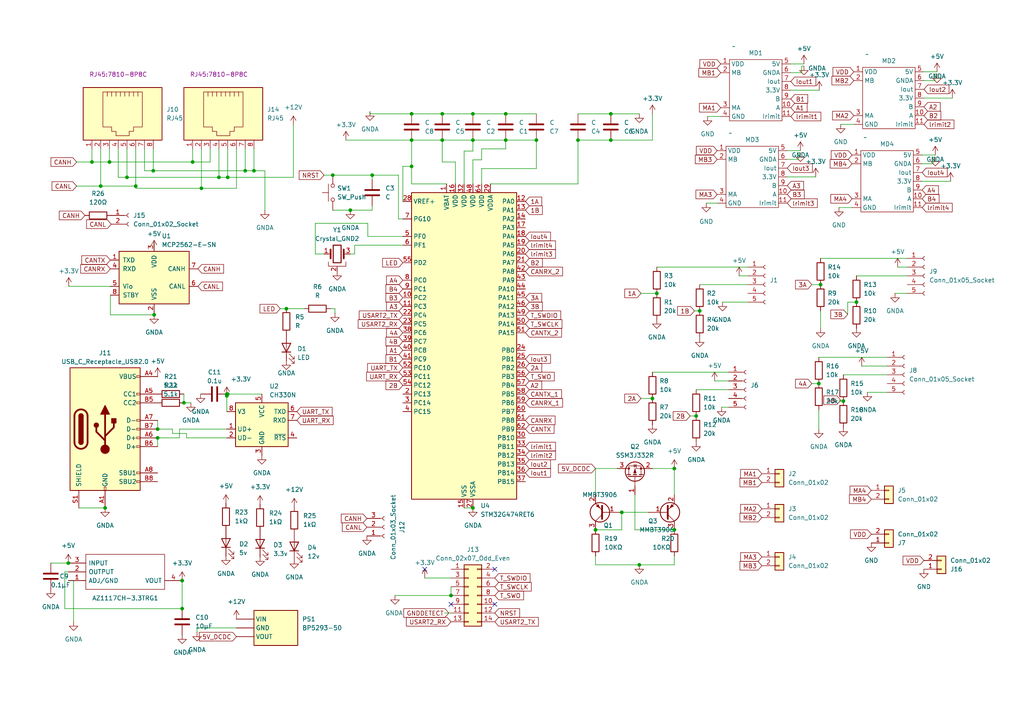
<source format=kicad_sch>
(kicad_sch (version 20230121) (generator eeschema)
  (paper "A4")
  (junction (at 71.12 49.53))
  (junction (at 177.165 33.02))
  (junction (at 45.72 124.46))
  (junction (at 195.58 153.67))
  (junction (at 45.72 127))
  (junction (at 36.83 51.435))
  (junction (at 63.5 51.435))
  (junction (at 195.58 135.89))
  (junction (at 128.27 33.02))
  (junction (at 26.67 46.99))
  (junction (at 44.704 91.313))
  (junction (at 101.6 60.96))
  (junction (at 190.5 85.09))
  (junction (at 96.52 50.8))
  (junction (at 189.23 115.57))
  (junction (at 237.49 111.252))
  (junction (at 52.832 176.53))
  (junction (at 146.685 40.64))
  (junction (at 202.946 90.17))
  (junction (at 146.685 33.02))
  (junction (at 128.27 40.64))
  (junction (at 73.66 49.53))
  (junction (at 83.058 89.535))
  (junction (at 201.93 120.65))
  (junction (at 137.16 40.64))
  (junction (at 172.72 153.67))
  (junction (at 53.34 116.84))
  (junction (at 119.38 40.64))
  (junction (at 65.786 114.808))
  (junction (at 29.21 53.975))
  (junction (at 119.38 33.02))
  (junction (at 180.34 148.59))
  (junction (at 44.45 49.53))
  (junction (at 237.998 82.55))
  (junction (at 19.812 163.322))
  (junction (at 130.81 172.72))
  (junction (at 30.48 147.32))
  (junction (at 39.37 53.975))
  (junction (at 248.412 87.63))
  (junction (at 65.786 114.3))
  (junction (at 31.75 46.99))
  (junction (at 119.38 48.26))
  (junction (at 137.16 147.32))
  (junction (at 107.95 50.8))
  (junction (at 58.42 54.61))
  (junction (at 55.88 46.99))
  (junction (at 185.42 163.83))
  (junction (at 167.64 40.64))
  (junction (at 66.04 114.3))
  (junction (at 52.832 168.402))
  (junction (at 177.165 40.64))
  (junction (at 137.16 33.02))
  (junction (at 155.575 40.64))
  (junction (at 66.04 51.435))
  (junction (at 244.602 116.332))
  (no_connect (at 130.81 175.26))
  (no_connect (at 143.51 165.1))
  (no_connect (at 143.51 175.26))
  (no_connect (at 123.19 165.1))
  (wire (pts (xy 172.72 163.83) (xy 185.42 163.83)))
  (wire (pts (xy 102.87 71.12) (xy 116.84 71.12)))
  (wire (pts (xy 137.16 46.355) (xy 137.16 53.34)))
  (wire (pts (xy 123.19 167.64) (xy 130.81 167.64)))
  (wire (pts (xy 107.315 33.02) (xy 119.38 33.02)))
  (wire (pts (xy 85.09 51.435) (xy 85.09 36.195)))
  (wire (pts (xy 19.939 83.058) (xy 32.004 83.058)))
  (wire (pts (xy 172.72 163.83) (xy 172.72 161.29)))
  (wire (pts (xy 68.58 54.61) (xy 68.58 43.18)))
  (wire (pts (xy 251.587 113.792) (xy 257.302 113.792)))
  (wire (pts (xy 41.91 43.18) (xy 41.91 49.53)))
  (wire (pts (xy 57.15 182.118) (xy 68.58 182.118)))
  (wire (pts (xy 128.905 177.8) (xy 130.81 177.8)))
  (wire (pts (xy 22.225 53.975) (xy 29.21 53.975)))
  (wire (pts (xy 106.68 68.58) (xy 116.84 68.58)))
  (wire (pts (xy 237.998 74.93) (xy 263.144 74.93)))
  (wire (pts (xy 65.786 114.3) (xy 65.786 114.808)))
  (wire (pts (xy 100.33 40.64) (xy 119.38 40.64)))
  (wire (pts (xy 58.42 114.3) (xy 58.166 114.3)))
  (wire (pts (xy 180.34 148.59) (xy 180.34 153.67)))
  (wire (pts (xy 71.12 43.18) (xy 71.12 49.53)))
  (wire (pts (xy 63.5 51.435) (xy 36.83 51.435)))
  (wire (pts (xy 270.637 45.593) (xy 270.637 47.498)))
  (wire (pts (xy 66.04 51.435) (xy 85.09 51.435)))
  (wire (pts (xy 209.296 118.11) (xy 211.328 118.11)))
  (wire (pts (xy 271.272 44.958) (xy 267.462 44.958)))
  (wire (pts (xy 137.16 33.02) (xy 146.685 33.02)))
  (wire (pts (xy 232.537 21.082) (xy 229.362 21.082)))
  (wire (pts (xy 137.16 147.32) (xy 134.62 147.32)))
  (wire (pts (xy 237.617 26.162) (xy 229.362 26.162)))
  (wire (pts (xy 21.336 168.402) (xy 19.812 168.402)))
  (wire (pts (xy 39.37 53.975) (xy 39.37 54.61)))
  (wire (pts (xy 201.422 90.17) (xy 202.946 90.17)))
  (wire (pts (xy 185.42 33.02) (xy 177.165 33.02)))
  (wire (pts (xy 44.45 43.18) (xy 44.45 49.53)))
  (wire (pts (xy 44.45 49.53) (xy 71.12 49.53)))
  (wire (pts (xy 119.38 48.26) (xy 119.38 40.64)))
  (wire (pts (xy 128.27 40.64) (xy 119.38 40.64)))
  (wire (pts (xy 128.27 40.64) (xy 128.27 46.99)))
  (wire (pts (xy 214.376 80.01) (xy 216.916 80.01)))
  (wire (pts (xy 189.23 107.95) (xy 211.328 107.95)))
  (wire (pts (xy 167.64 53.34) (xy 142.24 53.34)))
  (wire (pts (xy 185.928 85.09) (xy 190.5 85.09)))
  (wire (pts (xy 73.66 49.53) (xy 76.835 49.53)))
  (wire (pts (xy 139.7 43.18) (xy 139.7 46.355)))
  (wire (pts (xy 52.832 176.53) (xy 18.796 176.53)))
  (wire (pts (xy 18.796 165.862) (xy 19.812 165.862)))
  (wire (pts (xy 128.27 46.99) (xy 132.08 46.99)))
  (wire (pts (xy 233.172 18.542) (xy 229.362 18.542)))
  (wire (pts (xy 83.058 89.408) (xy 83.058 89.535)))
  (wire (pts (xy 115.57 63.5) (xy 116.84 63.5)))
  (wire (pts (xy 44.704 91.313) (xy 32.004 91.313)))
  (wire (pts (xy 167.64 40.64) (xy 167.64 53.34)))
  (wire (pts (xy 237.49 124.46) (xy 237.49 118.872)))
  (wire (pts (xy 60.96 43.18) (xy 60.96 46.99)))
  (wire (pts (xy 58.42 54.61) (xy 68.58 54.61)))
  (wire (pts (xy 93.98 50.8) (xy 96.52 50.8)))
  (wire (pts (xy 190.5 77.47) (xy 216.916 77.47)))
  (wire (pts (xy 119.38 33.02) (xy 128.27 33.02)))
  (wire (pts (xy 202.946 97.79) (xy 202.946 98.044)))
  (wire (pts (xy 45.72 121.92) (xy 45.72 124.46)))
  (wire (pts (xy 21.336 180.34) (xy 21.336 168.402)))
  (wire (pts (xy 146.685 40.64) (xy 146.685 43.18)))
  (wire (pts (xy 271.272 45.593) (xy 270.637 45.593)))
  (wire (pts (xy 243.586 116.078) (xy 243.586 116.332)))
  (wire (pts (xy 235.458 82.55) (xy 237.998 82.55)))
  (wire (pts (xy 45.72 127) (xy 52.07 127)))
  (wire (pts (xy 177.165 33.02) (xy 167.64 33.02)))
  (wire (pts (xy 155.575 48.895) (xy 155.575 40.64)))
  (wire (pts (xy 116.84 48.26) (xy 119.38 48.26)))
  (wire (pts (xy 55.88 46.99) (xy 55.88 43.18)))
  (wire (pts (xy 137.16 40.64) (xy 137.16 43.815)))
  (wire (pts (xy 22.225 46.99) (xy 26.67 46.99)))
  (wire (pts (xy 29.21 53.975) (xy 29.21 43.18)))
  (wire (pts (xy 137.16 40.64) (xy 128.27 40.64)))
  (wire (pts (xy 65.786 114.808) (xy 65.786 119.38)))
  (wire (pts (xy 119.38 53.34) (xy 119.38 48.26)))
  (wire (pts (xy 184.15 143.51) (xy 184.15 153.67)))
  (wire (pts (xy 107.315 32.385) (xy 107.315 33.02)))
  (wire (pts (xy 243.84 116.078) (xy 243.586 116.078)))
  (wire (pts (xy 102.87 73.66) (xy 101.6 73.66)))
  (wire (pts (xy 29.21 53.975) (xy 39.37 53.975)))
  (wire (pts (xy 36.83 43.18) (xy 36.83 51.435)))
  (wire (pts (xy 187.96 148.59) (xy 180.34 148.59)))
  (wire (pts (xy 276.225 28.448) (xy 267.97 28.448)))
  (wire (pts (xy 91.44 64.77) (xy 106.68 64.77)))
  (wire (pts (xy 32.004 85.598) (xy 32.004 91.313)))
  (wire (pts (xy 139.7 48.895) (xy 155.575 48.895)))
  (wire (pts (xy 83.058 89.535) (xy 88.265 89.535)))
  (wire (pts (xy 97.155 89.535) (xy 95.885 89.535)))
  (wire (pts (xy 81.28 89.535) (xy 83.058 89.535)))
  (wire (pts (xy 271.78 21.463) (xy 271.145 21.463)))
  (wire (pts (xy 275.717 52.578) (xy 267.462 52.578)))
  (wire (pts (xy 101.6 60.96) (xy 107.95 60.96)))
  (wire (pts (xy 205.232 33.782) (xy 209.042 33.782)))
  (wire (pts (xy 146.685 33.02) (xy 155.575 33.02)))
  (wire (pts (xy 31.75 46.99) (xy 55.88 46.99)))
  (wire (pts (xy 44.704 90.678) (xy 44.704 91.313)))
  (wire (pts (xy 232.156 43.688) (xy 228.346 43.688)))
  (wire (pts (xy 167.64 40.64) (xy 177.165 40.64)))
  (wire (pts (xy 54.102 127) (xy 54.102 125.73)))
  (wire (pts (xy 53.34 114.3) (xy 53.34 116.84)))
  (wire (pts (xy 107.95 59.69) (xy 107.95 60.96)))
  (wire (pts (xy 139.7 46.355) (xy 137.16 46.355)))
  (wire (pts (xy 96.52 50.8) (xy 107.95 50.8)))
  (wire (pts (xy 97.155 90.805) (xy 97.155 89.535)))
  (wire (pts (xy 134.62 53.34) (xy 134.62 43.815)))
  (wire (pts (xy 249.936 106.172) (xy 257.302 106.172)))
  (wire (pts (xy 39.37 54.61) (xy 58.42 54.61)))
  (wire (pts (xy 128.27 33.02) (xy 137.16 33.02)))
  (wire (pts (xy 232.537 19.177) (xy 232.537 21.082)))
  (wire (pts (xy 63.5 43.18) (xy 63.5 51.435)))
  (wire (pts (xy 107.95 50.8) (xy 115.57 50.8)))
  (wire (pts (xy 236.601 51.308) (xy 228.346 51.308)))
  (wire (pts (xy 26.67 46.99) (xy 31.75 46.99)))
  (wire (pts (xy 39.37 43.18) (xy 39.37 53.975)))
  (wire (pts (xy 207.264 110.49) (xy 211.328 110.49)))
  (wire (pts (xy 259.588 85.09) (xy 263.144 85.09)))
  (wire (pts (xy 52.832 168.402) (xy 52.832 176.53)))
  (wire (pts (xy 271.145 23.368) (xy 267.97 23.368)))
  (wire (pts (xy 26.67 43.18) (xy 26.67 46.99)))
  (wire (pts (xy 41.91 49.53) (xy 44.45 49.53)))
  (wire (pts (xy 270.637 47.498) (xy 267.462 47.498)))
  (wire (pts (xy 231.521 44.323) (xy 231.521 46.228)))
  (wire (pts (xy 45.72 127) (xy 45.72 129.54)))
  (wire (pts (xy 244.602 108.712) (xy 257.302 108.712)))
  (wire (pts (xy 30.48 147.32) (xy 22.86 147.32)))
  (wire (pts (xy 172.72 135.89) (xy 172.72 143.51)))
  (wire (pts (xy 66.04 43.18) (xy 66.04 51.435)))
  (wire (pts (xy 102.87 73.66) (xy 102.87 71.12)))
  (wire (pts (xy 155.575 40.64) (xy 146.685 40.64)))
  (wire (pts (xy 189.23 33.02) (xy 189.23 40.64)))
  (wire (pts (xy 209.55 87.63) (xy 216.916 87.63)))
  (wire (pts (xy 172.72 153.67) (xy 180.34 153.67)))
  (wire (pts (xy 139.7 53.34) (xy 139.7 48.895)))
  (wire (pts (xy 76.835 49.53) (xy 76.835 60.96)))
  (wire (pts (xy 44.704 70.358) (xy 44.704 72.263)))
  (wire (pts (xy 36.83 51.435) (xy 34.29 51.435)))
  (wire (pts (xy 115.57 50.8) (xy 115.57 63.5)))
  (wire (pts (xy 130.81 170.18) (xy 130.81 172.72)))
  (wire (pts (xy 45.72 124.46) (xy 50.038 124.46)))
  (wire (pts (xy 58.42 54.61) (xy 58.42 43.18)))
  (wire (pts (xy 248.412 80.01) (xy 263.144 80.01)))
  (wire (pts (xy 65.786 127) (xy 54.102 127)))
  (wire (pts (xy 52.07 124.46) (xy 65.786 124.46)))
  (wire (pts (xy 91.44 73.66) (xy 93.98 73.66)))
  (wire (pts (xy 243.84 36.068) (xy 247.65 36.068)))
  (wire (pts (xy 57.15 183.388) (xy 57.15 182.118)))
  (wire (pts (xy 189.23 40.64) (xy 177.165 40.64)))
  (wire (pts (xy 132.08 46.99) (xy 132.08 53.34)))
  (wire (pts (xy 201.93 113.03) (xy 211.328 113.03)))
  (wire (pts (xy 235.458 111.252) (xy 237.49 111.252)))
  (wire (pts (xy 245.872 91.186) (xy 245.872 87.63)))
  (wire (pts (xy 31.75 46.99) (xy 31.75 43.18)))
  (wire (pts (xy 243.586 116.332) (xy 244.602 116.332)))
  (wire (pts (xy 73.66 43.18) (xy 73.66 49.53)))
  (wire (pts (xy 146.685 40.64) (xy 137.16 40.64)))
  (wire (pts (xy 231.521 46.228) (xy 228.346 46.228)))
  (wire (pts (xy 65.786 114.3) (xy 66.04 114.3)))
  (wire (pts (xy 202.946 82.55) (xy 216.916 82.55)))
  (wire (pts (xy 184.15 153.67) (xy 195.58 153.67)))
  (wire (pts (xy 18.796 176.53) (xy 18.796 165.862)))
  (wire (pts (xy 63.5 51.435) (xy 66.04 51.435)))
  (wire (pts (xy 91.44 73.66) (xy 91.44 64.77)))
  (wire (pts (xy 96.52 60.96) (xy 101.6 60.96)))
  (wire (pts (xy 195.58 163.83) (xy 195.58 161.29)))
  (wire (pts (xy 65.532 114.3) (xy 65.786 114.3)))
  (wire (pts (xy 71.12 49.53) (xy 73.66 49.53)))
  (wire (pts (xy 134.62 43.815) (xy 137.16 43.815)))
  (wire (pts (xy 34.29 51.435) (xy 34.29 43.18)))
  (wire (pts (xy 172.72 135.89) (xy 179.07 135.89)))
  (wire (pts (xy 204.851 58.928) (xy 208.026 58.928)))
  (wire (pts (xy 114.554 172.72) (xy 130.81 172.72)))
  (wire (pts (xy 271.145 21.463) (xy 271.145 23.368)))
  (wire (pts (xy 260.35 77.47) (xy 263.144 77.47)))
  (wire (pts (xy 185.42 163.83) (xy 195.58 163.83)))
  (wire (pts (xy 60.96 46.99) (xy 55.88 46.99)))
  (wire (pts (xy 237.49 103.632) (xy 257.302 103.632)))
  (wire (pts (xy 185.928 115.57) (xy 189.23 115.57)))
  (wire (pts (xy 243.332 60.198) (xy 247.142 60.198)))
  (wire (pts (xy 232.156 44.323) (xy 231.521 44.323)))
  (wire (pts (xy 107.95 52.07) (xy 107.95 50.8)))
  (wire (pts (xy 189.23 135.89) (xy 195.58 135.89)))
  (wire (pts (xy 233.172 19.177) (xy 232.537 19.177)))
  (wire (pts (xy 116.84 58.42) (xy 116.84 48.26)))
  (wire (pts (xy 271.78 20.828) (xy 267.97 20.828)))
  (wire (pts (xy 146.685 43.18) (xy 139.7 43.18)))
  (wire (pts (xy 53.34 116.84) (xy 55.372 116.84)))
  (wire (pts (xy 52.07 124.46) (xy 52.07 127)))
  (wire (pts (xy 237.998 95.25) (xy 237.998 90.17)))
  (wire (pts (xy 50.038 125.73) (xy 50.038 124.46)))
  (wire (pts (xy 200.152 120.65) (xy 201.93 120.65)))
  (wire (pts (xy 106.68 64.77) (xy 106.68 68.58)))
  (wire (pts (xy 129.54 53.34) (xy 119.38 53.34)))
  (wire (pts (xy 66.04 114.3) (xy 75.946 114.3)))
  (wire (pts (xy 245.872 87.63) (xy 248.412 87.63)))
  (wire (pts (xy 14.732 163.322) (xy 19.812 163.322)))
  (wire (pts (xy 195.58 135.89) (xy 195.58 143.51)))
  (wire (pts (xy 54.102 125.73) (xy 50.038 125.73)))
  (global_label "GNDDETECT" (shape input) (at 130.175 177.8 180) (property "Intersheetrefs" "${INTERSHEET_REFS}" (effects hide)))
  (global_label "T_SWDIO" (shape input) (at 152.4 91.44 0) (property "Intersheetrefs" "${INTERSHEET_REFS}" (effects hide)))
  (global_label "2A" (shape input) (at 185.928 115.57 180) (property "Intersheetrefs" "${INTERSHEET_REFS}" (effects hide)))
  (global_label "MB2" (shape input) (at 220.98 150.114 180) (property "Intersheetrefs" "${INTERSHEET_REFS}" (effects hide)))
  (global_label "Iout2" (shape input) (at 267.97 25.908 0) (property "Intersheetrefs" "${INTERSHEET_REFS}" (effects hide)))
  (global_label "T_SWCLK" (shape input) (at 143.51 170.18 0) (property "Intersheetrefs" "${INTERSHEET_REFS}" (effects hide)))
  (global_label "B4" (shape input) (at 267.462 57.658 0) (property "Intersheetrefs" "${INTERSHEET_REFS}" (effects hide)))
  (global_label "MA2" (shape input) (at 220.98 147.574 180) (property "Intersheetrefs" "${INTERSHEET_REFS}" (effects hide)))
  (global_label "VDD" (shape input) (at 247.142 44.958 180) (property "Intersheetrefs" "${INTERSHEET_REFS}" (effects hide)))
  (global_label "lrimit3" (shape input) (at 152.4 73.66 0) (property "Intersheetrefs" "${INTERSHEET_REFS}" (effects hide)))
  (global_label "VDD" (shape input) (at 267.97 162.56 180) (property "Intersheetrefs" "${INTERSHEET_REFS}" (effects hide)))
  (global_label "CANL" (shape input) (at 57.404 83.058 0) (property "Intersheetrefs" "${INTERSHEET_REFS}" (effects hide)))
  (global_label "Iout4" (shape input) (at 267.462 50.038 0) (property "Intersheetrefs" "${INTERSHEET_REFS}" (effects hide)))
  (global_label "CANTX_2" (shape input) (at 152.4 96.52 0) (property "Intersheetrefs" "${INTERSHEET_REFS}" (effects hide)))
  (global_label "CANRX_2" (shape input) (at 152.4 78.74 0) (property "Intersheetrefs" "${INTERSHEET_REFS}" (effects hide)))
  (global_label "Iout3" (shape input) (at 228.346 48.768 0) (property "Intersheetrefs" "${INTERSHEET_REFS}" (effects hide)))
  (global_label "MB4" (shape input) (at 252.73 144.78 180) (property "Intersheetrefs" "${INTERSHEET_REFS}" (effects hide)))
  (global_label "MA3" (shape input) (at 208.026 56.388 180) (property "Intersheetrefs" "${INTERSHEET_REFS}" (effects hide)))
  (global_label "lrimit1" (shape input) (at 152.4 129.54 0) (property "Intersheetrefs" "${INTERSHEET_REFS}" (effects hide)))
  (global_label "B1" (shape input) (at 116.84 104.14 180) (property "Intersheetrefs" "${INTERSHEET_REFS}" (effects hide)))
  (global_label "CANH" (shape input) (at 57.404 77.978 0) (property "Intersheetrefs" "${INTERSHEET_REFS}" (effects hide)))
  (global_label "A2" (shape input) (at 267.97 30.988 0) (property "Intersheetrefs" "${INTERSHEET_REFS}" (effects hide)))
  (global_label "A1" (shape input) (at 116.84 101.6 180) (property "Intersheetrefs" "${INTERSHEET_REFS}" (effects hide)))
  (global_label "1A" (shape input) (at 152.4 58.42 0) (property "Intersheetrefs" "${INTERSHEET_REFS}" (effects hide)))
  (global_label "VDD" (shape input) (at 252.73 154.94 180) (property "Intersheetrefs" "${INTERSHEET_REFS}" (effects hide)))
  (global_label "2B" (shape input) (at 200.152 120.65 180) (property "Intersheetrefs" "${INTERSHEET_REFS}" (effects hide)))
  (global_label "CANH" (shape input) (at 106.426 150.368 180) (property "Intersheetrefs" "${INTERSHEET_REFS}" (effects hide)))
  (global_label "USART2_TX" (shape input) (at 143.51 180.34 0) (property "Intersheetrefs" "${INTERSHEET_REFS}" (effects hide)))
  (global_label "CANTX_1" (shape input) (at 152.4 114.3 0) (property "Intersheetrefs" "${INTERSHEET_REFS}" (effects hide)))
  (global_label "B2" (shape input) (at 267.97 33.528 0) (property "Intersheetrefs" "${INTERSHEET_REFS}" (effects hide)))
  (global_label "lrimit4" (shape input) (at 267.462 60.198 0) (property "Intersheetrefs" "${INTERSHEET_REFS}" (effects hide)))
  (global_label "lrimit1" (shape input) (at 229.362 33.782 0) (property "Intersheetrefs" "${INTERSHEET_REFS}" (effects hide)))
  (global_label "3B" (shape input) (at 152.4 88.9 0) (property "Intersheetrefs" "${INTERSHEET_REFS}" (effects hide)))
  (global_label "Iout2" (shape input) (at 152.4 134.62 0) (property "Intersheetrefs" "${INTERSHEET_REFS}" (effects hide)))
  (global_label "3A" (shape input) (at 235.458 82.55 180) (property "Intersheetrefs" "${INTERSHEET_REFS}" (effects hide)))
  (global_label "lrimit2" (shape input) (at 267.97 36.068 0) (property "Intersheetrefs" "${INTERSHEET_REFS}" (effects hide)))
  (global_label "T_SWO" (shape input) (at 143.51 172.72 0) (property "Intersheetrefs" "${INTERSHEET_REFS}" (effects hide)))
  (global_label "A1" (shape input) (at 229.362 31.242 0) (property "Intersheetrefs" "${INTERSHEET_REFS}" (effects hide)))
  (global_label "UART_TX" (shape input) (at 86.106 119.38 0) (property "Intersheetrefs" "${INTERSHEET_REFS}" (effects hide)))
  (global_label "A3" (shape input) (at 228.346 53.848 0) (property "Intersheetrefs" "${INTERSHEET_REFS}" (effects hide)))
  (global_label "4A" (shape input) (at 235.458 111.252 180) (property "Intersheetrefs" "${INTERSHEET_REFS}" (effects hide)))
  (global_label "UART_RX" (shape input) (at 86.106 121.92 0) (property "Intersheetrefs" "${INTERSHEET_REFS}" (effects hide)))
  (global_label "1A" (shape input) (at 185.928 85.09 180) (property "Intersheetrefs" "${INTERSHEET_REFS}" (effects hide)))
  (global_label "CANL" (shape input) (at 22.225 53.975 180) (property "Intersheetrefs" "${INTERSHEET_REFS}" (effects hide)))
  (global_label "CANL" (shape input) (at 32.258 65.024 180) (property "Intersheetrefs" "${INTERSHEET_REFS}" (effects hide)))
  (global_label "MB3" (shape input) (at 208.026 46.228 180) (property "Intersheetrefs" "${INTERSHEET_REFS}" (effects hide)))
  (global_label "B4" (shape input) (at 116.84 83.82 180) (property "Intersheetrefs" "${INTERSHEET_REFS}" (effects hide)))
  (global_label "A4" (shape input) (at 267.462 55.118 0) (property "Intersheetrefs" "${INTERSHEET_REFS}" (effects hide)))
  (global_label "CANRX" (shape input) (at 32.004 77.978 180) (property "Intersheetrefs" "${INTERSHEET_REFS}" (effects hide)))
  (global_label "UART_RX" (shape input) (at 116.84 109.22 180) (property "Intersheetrefs" "${INTERSHEET_REFS}" (effects hide)))
  (global_label "CANTX" (shape input) (at 152.4 124.46 0) (property "Intersheetrefs" "${INTERSHEET_REFS}" (effects hide)))
  (global_label "4B" (shape input) (at 243.84 116.078 180) (property "Intersheetrefs" "${INTERSHEET_REFS}" (effects hide)))
  (global_label "A3" (shape input) (at 116.84 88.9 180) (property "Intersheetrefs" "${INTERSHEET_REFS}" (effects hide)))
  (global_label "CANRX" (shape input) (at 152.4 121.92 0) (property "Intersheetrefs" "${INTERSHEET_REFS}" (effects hide)))
  (global_label "MA4" (shape input) (at 247.142 57.658 180) (property "Intersheetrefs" "${INTERSHEET_REFS}" (effects hide)))
  (global_label "4B" (shape input) (at 116.84 99.06 180) (property "Intersheetrefs" "${INTERSHEET_REFS}" (effects hide)))
  (global_label "1B" (shape input) (at 201.422 90.17 180) (property "Intersheetrefs" "${INTERSHEET_REFS}" (effects hide)))
  (global_label "MB2" (shape input) (at 247.65 23.368 180) (property "Intersheetrefs" "${INTERSHEET_REFS}" (effects hide)))
  (global_label "CANL" (shape input) (at 106.426 152.908 180) (property "Intersheetrefs" "${INTERSHEET_REFS}" (effects hide)))
  (global_label "B3" (shape input) (at 228.346 56.388 0) (property "Intersheetrefs" "${INTERSHEET_REFS}" (effects hide)))
  (global_label "Iout1" (shape input) (at 229.362 23.622 0) (property "Intersheetrefs" "${INTERSHEET_REFS}" (effects hide)))
  (global_label "B2" (shape input) (at 152.4 76.2 0) (property "Intersheetrefs" "${INTERSHEET_REFS}" (effects hide)))
  (global_label "MB1" (shape input) (at 209.042 21.082 180) (property "Intersheetrefs" "${INTERSHEET_REFS}" (effects hide)))
  (global_label "USART2_RX" (shape input) (at 130.81 180.34 180) (property "Intersheetrefs" "${INTERSHEET_REFS}" (effects hide)))
  (global_label "MB1" (shape input) (at 220.98 139.954 180) (property "Intersheetrefs" "${INTERSHEET_REFS}" (effects hide)))
  (global_label "USART2_RX" (shape input) (at 116.84 93.98 180) (property "Intersheetrefs" "${INTERSHEET_REFS}" (effects hide)))
  (global_label "A2" (shape input) (at 152.4 111.76 0) (property "Intersheetrefs" "${INTERSHEET_REFS}" (effects hide)))
  (global_label "5V_DCDC" (shape input) (at 172.72 135.89 180) (property "Intersheetrefs" "${INTERSHEET_REFS}" (effects hide)))
  (global_label "MB3" (shape input) (at 220.98 164.084 180) (property "Intersheetrefs" "${INTERSHEET_REFS}" (effects hide)))
  (global_label "UART_TX" (shape input) (at 116.84 106.68 180) (property "Intersheetrefs" "${INTERSHEET_REFS}" (effects hide)))
  (global_label "MA4" (shape input) (at 252.73 142.24 180) (property "Intersheetrefs" "${INTERSHEET_REFS}" (effects hide)))
  (global_label "3B" (shape input) (at 245.872 91.186 180) (property "Intersheetrefs" "${INTERSHEET_REFS}" (effects hide)))
  (global_label "T_SWDIO" (shape input) (at 143.51 167.64 0) (property "Intersheetrefs" "${INTERSHEET_REFS}" (effects hide)))
  (global_label "Iout4" (shape input) (at 152.4 68.58 0) (property "Intersheetrefs" "${INTERSHEET_REFS}" (effects hide)))
  (global_label "NRST" (shape input) (at 93.98 50.8 180) (property "Intersheetrefs" "${INTERSHEET_REFS}" (effects hide)))
  (global_label "CANH" (shape input) (at 22.225 46.99 180) (property "Intersheetrefs" "${INTERSHEET_REFS}" (effects hide)))
  (global_label "Iout3" (shape input) (at 152.4 104.14 0) (property "Intersheetrefs" "${INTERSHEET_REFS}" (effects hide)))
  (global_label "VDD" (shape input) (at 247.65 20.828 180) (property "Intersheetrefs" "${INTERSHEET_REFS}" (effects hide)))
  (global_label "2A" (shape input) (at 152.4 106.68 0) (property "Intersheetrefs" "${INTERSHEET_REFS}" (effects hide)))
  (global_label "MA3" (shape input) (at 220.98 161.544 180) (property "Intersheetrefs" "${INTERSHEET_REFS}" (effects hide)))
  (global_label "3A" (shape input) (at 152.4 86.36 0) (property "Intersheetrefs" "${INTERSHEET_REFS}" (effects hide)))
  (global_label "lrimit2" (shape input) (at 152.4 132.08 0) (property "Intersheetrefs" "${INTERSHEET_REFS}" (effects hide)))
  (global_label "LED" (shape input) (at 116.84 76.2 180) (property "Intersheetrefs" "${INTERSHEET_REFS}" (effects hide)))
  (global_label "CANRX_1" (shape input) (at 152.4 116.84 0) (property "Intersheetrefs" "${INTERSHEET_REFS}" (effects hide)))
  (global_label "T_SWO" (shape input) (at 152.4 109.22 0) (property "Intersheetrefs" "${INTERSHEET_REFS}" (effects hide)))
  (global_label "4A" (shape input) (at 116.84 96.52 180) (property "Intersheetrefs" "${INTERSHEET_REFS}" (effects hide)))
  (global_label "VDD" (shape input) (at 208.026 43.688 180) (property "Intersheetrefs" "${INTERSHEET_REFS}" (effects hide)))
  (global_label "lrimit4" (shape input) (at 152.4 71.12 0) (property "Intersheetrefs" "${INTERSHEET_REFS}" (effects hide)))
  (global_label "VDD" (shape input) (at 209.042 18.542 180) (property "Intersheetrefs" "${INTERSHEET_REFS}" (effects hide)))
  (global_label "2B" (shape input) (at 116.84 111.76 180) (property "Intersheetrefs" "${INTERSHEET_REFS}" (effects hide)))
  (global_label "USART2_TX" (shape input) (at 116.84 91.44 180) (property "Intersheetrefs" "${INTERSHEET_REFS}" (effects hide)))
  (global_label "B1" (shape input) (at 229.362 28.702 0) (property "Intersheetrefs" "${INTERSHEET_REFS}" (effects hide)))
  (global_label "A4" (shape input) (at 116.84 81.28 180) (property "Intersheetrefs" "${INTERSHEET_REFS}" (effects hide)))
  (global_label "Iout1" (shape input) (at 152.4 137.16 0) (property "Intersheetrefs" "${INTERSHEET_REFS}" (effects hide)))
  (global_label "MA2" (shape input) (at 247.65 33.528 180) (property "Intersheetrefs" "${INTERSHEET_REFS}" (effects hide)))
  (global_label "1B" (shape input) (at 152.4 60.96 0) (property "Intersheetrefs" "${INTERSHEET_REFS}" (effects hide)))
  (global_label "NRST" (shape input) (at 143.51 177.8 0) (property "Intersheetrefs" "${INTERSHEET_REFS}" (effects hide)))
  (global_label "B3" (shape input) (at 116.84 86.36 180) (property "Intersheetrefs" "${INTERSHEET_REFS}" (effects hide)))
  (global_label "5V_DCDC" (shape input) (at 68.58 184.658 180) (property "Intersheetrefs" "${INTERSHEET_REFS}" (effects hide)))
  (global_label "LED" (shape input) (at 81.28 89.535 180) (property "Intersheetrefs" "${INTERSHEET_REFS}" (effects hide)))
  (global_label "lrimit3" (shape input) (at 228.346 58.928 0) (property "Intersheetrefs" "${INTERSHEET_REFS}" (effects hide)))
  (global_label "CANTX" (shape input) (at 32.004 75.438 180) (property "Intersheetrefs" "${INTERSHEET_REFS}" (effects hide)))
  (global_label "MB4" (shape input) (at 247.142 47.498 180) (property "Intersheetrefs" "${INTERSHEET_REFS}" (effects hide)))
  (global_label "CANH" (shape input) (at 24.638 62.484 180) (property "Intersheetrefs" "${INTERSHEET_REFS}" (effects hide)))
  (global_label "T_SWCLK" (shape input) (at 152.4 93.98 0) (property "Intersheetrefs" "${INTERSHEET_REFS}" (effects hide)))
  (global_label "MA1" (shape input) (at 220.98 137.414 180) (property "Intersheetrefs" "${INTERSHEET_REFS}" (effects hide)))
  (global_label "MA1" (shape input) (at 209.042 31.242 180) (property "Intersheetrefs" "${INTERSHEET_REFS}" (effects hide)))
  (symbol (lib_id "Device:R") (at 201.93 124.46 0) (unit 1)
    (property "Reference" "R12" (at 203.962 123.19 0) (effects (justify left)))
    (property "Value" "20k" (at 203.962 125.73 0) (effects (justify left)))
    (property "Footprint" "Resistor_SMD:R_0603_1608Metric_Pad0.98x0.95mm_HandSolder" (effects hide))
  )
  (symbol (lib_id "power:+12V") (at 85.09 36.195 0) (unit 1)
    (property "Reference" "#PWR018" (effects hide))
    (property "Value" "+12V" (at 85.09 31.115 0))
  )
  (symbol (lib_id "power:GNDA") (at 237.49 124.46 0) (unit 1)
    (property "Reference" "#PWR044" (effects hide))
    (property "Value" "GNDA" (at 237.49 129.54 0))
  )
  (symbol (lib_id "Device:R") (at 49.53 116.84 90) (unit 1)
    (property "Reference" "R22" (at 49.53 111.76 90))
    (property "Value" "5.1k" (at 49.53 114.3 90))
    (property "Footprint" "Resistor_SMD:R_0603_1608Metric_Pad0.98x0.95mm_HandSolder" (effects hide))
    (property "LCSC" "C23186" (effects hide))
  )
  (symbol (lib_id "Device:R") (at 237.49 107.442 0) (unit 1)
    (property "Reference" "R16" (at 239.522 106.172 0) (effects (justify left)))
    (property "Value" "10k" (at 239.522 108.712 0) (effects (justify left)))
    (property "Footprint" "Resistor_SMD:R_0603_1608Metric_Pad0.98x0.95mm_HandSolder" (effects hide))
  )
  (symbol (lib_id "power:GNDA") (at 209.296 118.11 0) (unit 1)
    (property "Reference" "#PWR034" (effects hide))
    (property "Value" "GNDA" (at 209.296 121.92 0))
  )
  (symbol (lib_id "Device:C") (at 128.27 36.83 0) (mirror x) (unit 1)
    (property "Reference" "C5" (at 132.08 38.1 0) (effects (justify left)))
    (property "Value" "C" (at 132.08 35.56 0) (effects (justify left)))
    (property "Footprint" "Capacitor_SMD:C_0603_1608Metric_Pad1.08x0.95mm_HandSolder" (effects hide))
  )
  (symbol (lib_id "power:GNDA") (at 251.587 113.792 0) (unit 1)
    (property "Reference" "#PWR052" (effects hide))
    (property "Value" "GNDA" (at 251.587 118.872 0))
  )
  (symbol (lib_id "Device:R") (at 85.344 150.876 0) (unit 1)
    (property "Reference" "R25" (at 87.884 149.606 0) (effects (justify left)))
    (property "Value" "1kΩ" (at 87.884 152.146 0) (effects (justify left)))
    (property "Footprint" "Resistor_SMD:R_0805_2012Metric_Pad1.20x1.40mm_HandSolder" (effects hide))
  )
  (symbol (lib_id "Connector_Generic:Conn_01x02") (at 257.81 142.24 0) (unit 1)
    (property "Reference" "J5" (at 260.35 142.24 0) (effects (justify left)))
    (property "Value" "Conn_01x02" (at 260.35 144.78 0) (effects (justify left)))
    (property "Footprint" "Connector_AMASS:AMASS_XT60PW-F_1x02_P7.20mm_Horizontal" (effects hide))
  )
  (symbol (lib_id "power:+3.3V") (at 123.19 167.64 0) (unit 1)
    (property "Reference" "#PWR025" (effects hide))
    (property "Value" "+3.3V" (at 123.19 163.195 0))
  )
  (symbol (lib_id "power:GNDA") (at 101.6 60.96 0) (unit 1)
    (property "Reference" "#PWR023" (effects hide))
    (property "Value" "GNDA" (at 101.6 66.04 0))
  )
  (symbol (lib_id "power:GNDA") (at 190.5 92.71 0) (unit 1)
    (property "Reference" "#PWR028" (effects hide))
    (property "Value" "GNDA" (at 190.5 97.79 0))
  )
  (symbol (lib_id "power:GNDA") (at 237.998 95.25 0) (unit 1)
    (property "Reference" "#PWR046" (effects hide))
    (property "Value" "GNDA" (at 237.998 100.33 0))
  )
  (symbol (lib_id "Device:LED") (at 85.344 158.496 90) (unit 1)
    (property "Reference" "D4" (at 89.154 158.8135 90) (effects (justify right)))
    (property "Value" "12v" (at 89.154 161.3535 90) (effects (justify right)))
    (property "Footprint" "LED_SMD:LED_0603_1608Metric_Pad1.05x0.95mm_HandSolder" (effects hide))
  )
  (symbol (lib_id "Transistor_BJT:MMBT3906") (at 193.04 148.59 0) (mirror x) (unit 1)
    (property "Reference" "Q3" (at 187.96 151.13 0) (effects (justify left)))
    (property "Value" "MMBT3906" (at 185.42 153.67 0) (effects (justify left)))
    (property "Footprint" "Package_TO_SOT_SMD:SOT-23" (effects hide))
    (property "Datasheet" "https://www.onsemi.com/pdf/datasheet/pzt3906-d.pdf" (effects hide))
  )
  (symbol (lib_id "power:GNDA") (at 76.835 60.96 0) (unit 1)
    (property "Reference" "#PWR016" (effects hide))
    (property "Value" "GNDA" (at 76.835 66.04 0))
  )
  (symbol (lib_id "Connector_Generic:Conn_02x07_Odd_Even") (at 135.89 172.72 0) (unit 1)
    (property "Reference" "J13" (at 137.16 159.385 0))
    (property "Value" "Conn_02x07_Odd_Even" (at 137.16 161.925 0))
    (property "Footprint" "connector:connector" (effects hide))
  )
  (symbol (lib_id "Transistor_BJT:MMBT3906") (at 175.26 148.59 180) (unit 1)
    (property "Reference" "Q1" (at 177.8 152.4 0) (effects (justify left)))
    (property "Value" "MMBT3906" (at 179.07 143.51 0) (effects (justify left)))
    (property "Footprint" "Package_TO_SOT_SMD:SOT-23" (effects hide))
    (property "Datasheet" "https://www.onsemi.com/pdf/datasheet/pzt3906-d.pdf" (effects hide))
  )
  (symbol (lib_id "power:GNDA") (at 209.55 87.63 0) (unit 1)
    (property "Reference" "#PWR035" (effects hide))
    (property "Value" "GNDA" (at 209.55 92.71 0))
  )
  (symbol (lib_id "power:GNDA") (at 202.946 98.044 0) (unit 1)
    (property "Reference" "#PWR032" (effects hide))
    (property "Value" "GNDA" (at 202.946 103.124 0))
  )
  (symbol (lib_id "power:GNDA") (at 244.602 123.952 0) (unit 1)
    (property "Reference" "#PWR049" (effects hide))
    (property "Value" "GNDA" (at 244.602 129.032 0))
  )
  (symbol (lib_id "Connector:Conn_01x05_Socket") (at 262.382 108.712 0) (unit 1)
    (property "Reference" "J8" (at 263.652 107.442 0) (effects (justify left)))
    (property "Value" "Conn_01x05_Socket" (at 263.652 109.982 0) (effects (justify left)))
    (property "Footprint" "Connector_JST:JST_XH_B5B-XH-A_1x05_P2.50mm_Vertical" (effects hide))
  )
  (symbol (lib_name "+5V_2") (lib_id "power:+5V") (at 19.812 163.322 0) (unit 1)
    (property "Reference" "#PWR02" (effects hide))
    (property "Value" "+5V" (at 19.812 158.242 0))
  )
  (symbol (lib_id "Device:Q_PMOS_GSD") (at 184.15 138.43 90) (unit 1)
    (property "Reference" "Q2" (at 184.15 129.54 90))
    (property "Value" "SSM3J332R" (at 184.15 132.08 90))
    (property "Footprint" "Package_TO_SOT_SMD:SOT-23" (effects hide))
  )
  (symbol (lib_id "Device:R") (at 189.23 111.76 0) (unit 1)
    (property "Reference" "R8" (at 191.262 110.49 0) (effects (justify left)))
    (property "Value" "10k" (at 191.262 113.03 0) (effects (justify left)))
    (property "Footprint" "Resistor_SMD:R_0603_1608Metric_Pad0.98x0.95mm_HandSolder" (effects hide))
  )
  (symbol (lib_id "Device:R") (at 248.412 91.44 0) (unit 1)
    (property "Reference" "R10" (at 250.444 90.17 0) (effects (justify left)))
    (property "Value" "20k" (at 250.444 92.71 0) (effects (justify left)))
    (property "Footprint" "Resistor_SMD:R_0603_1608Metric_Pad0.98x0.95mm_HandSolder" (effects hide))
  )
  (symbol (lib_id "Device:R") (at 202.946 93.98 0) (unit 1)
    (property "Reference" "R4" (at 204.978 92.71 0) (effects (justify left)))
    (property "Value" "20k" (at 204.978 95.25 0) (effects (justify left)))
    (property "Footprint" "Resistor_SMD:R_0603_1608Metric_Pad0.98x0.95mm_HandSolder" (effects hide))
  )
  (symbol (lib_id "power:GND") (at 205.232 33.782 0) (unit 1)
    (property "Reference" "#PWR038" (effects hide))
    (property "Value" "GND" (at 205.232 38.862 0))
  )
  (symbol (lib_id "Device:R") (at 237.49 115.062 0) (unit 1)
    (property "Reference" "R17" (at 239.522 113.792 0) (effects (justify left)))
    (property "Value" "20k" (at 239.522 116.332 0) (effects (justify left)))
    (property "Footprint" "Resistor_SMD:R_0603_1608Metric_Pad0.98x0.95mm_HandSolder" (effects hide))
  )
  (symbol (lib_id "MD:30AMD") (at 257.302 50.038 0) (unit 1)
    (property "Reference" "MD4" (at 257.302 41.783 0))
    (property "Value" "~" (at 250.952 39.878 0))
    (property "Footprint" "MD:MD_vetical" (effects hide))
  )
  (symbol (lib_id "power:GNDA") (at 85.344 162.306 0) (unit 1)
    (property "Reference" "#PWR070" (effects hide))
    (property "Value" "GNDA" (at 85.344 167.386 0))
  )
  (symbol (lib_id "Device:LED") (at 83.058 100.838 90) (unit 1)
    (property "Reference" "D1" (at 86.233 101.1555 90) (effects (justify right)))
    (property "Value" "LED" (at 86.233 103.6955 90) (effects (justify right)))
    (property "Footprint" "LED_SMD:LED_0603_1608Metric_Pad1.05x0.95mm_HandSolder" (effects hide))
  )
  (symbol (lib_id "Connector_Generic:Conn_01x02") (at 257.81 157.48 0) (mirror x) (unit 1)
    (property "Reference" "J7" (at 260.35 157.48 0) (effects (justify left)))
    (property "Value" "Conn_01x02" (at 260.35 154.94 0) (effects (justify left)))
    (property "Footprint" "Connector_AMASS:AMASS_XT60PW-M_1x02_P7.20mm_Horizontal" (effects hide))
  )
  (symbol (lib_id "power:+5V") (at 249.936 106.172 0) (unit 1)
    (property "Reference" "#PWR051" (effects hide))
    (property "Value" "+5V" (at 249.936 101.727 0))
  )
  (symbol (lib_id "Connector:Conn_01x05_Socket") (at 268.224 80.01 0) (unit 1)
    (property "Reference" "J9" (at 269.494 78.74 0) (effects (justify left)))
    (property "Value" "Conn_01x05_Socket" (at 269.494 81.28 0) (effects (justify left)))
    (property "Footprint" "Connector_JST:JST_XH_B5B-XH-A_1x05_P2.50mm_Vertical" (effects hide))
  )
  (symbol (lib_id "MCU_ST_STM32G4:STM32G474RETx") (at 134.62 101.6 0) (unit 1)
    (property "Reference" "U4" (at 139.3541 146.685 0) (effects (justify left)))
    (property "Value" "STM32G474RET6" (at 139.3541 149.225 0) (effects (justify left)))
    (property "Footprint" "Package_QFP:LQFP-64_10x10mm_P0.5mm" (effects hide))
    (property "Datasheet" "https://www.st.com/resource/en/datasheet/stm32g474re.pdf" (effects hide))
  )
  (symbol (lib_id "power:GNDA") (at 21.336 180.34 0) (unit 1)
    (property "Reference" "#PWR08" (effects hide))
    (property "Value" "GNDA" (at 21.336 185.42 0))
  )
  (symbol (lib_id "Device:R") (at 237.998 78.74 0) (unit 1)
    (property "Reference" "R14" (at 240.03 77.47 0) (effects (justify left)))
    (property "Value" "10k" (at 240.03 80.01 0) (effects (justify left)))
    (property "Footprint" "Resistor_SMD:R_0603_1608Metric_Pad0.98x0.95mm_HandSolder" (effects hide))
  )
  (symbol (lib_id "Device:R") (at 83.058 93.218 0) (unit 1)
    (property "Reference" "R5" (at 85.598 91.948 0) (effects (justify left)))
    (property "Value" "R" (at 85.598 94.488 0) (effects (justify left)))
    (property "Footprint" "Resistor_SMD:R_0603_1608Metric_Pad0.98x0.95mm_HandSolder" (effects hide))
  )
  (symbol (lib_id "Device:R") (at 202.946 86.36 0) (unit 1)
    (property "Reference" "R2" (at 204.978 85.09 0) (effects (justify left)))
    (property "Value" "10k" (at 204.978 87.63 0) (effects (justify left)))
    (property "Footprint" "Resistor_SMD:R_0603_1608Metric_Pad0.98x0.95mm_HandSolder" (effects hide))
  )
  (symbol (lib_id "power:GNDA") (at 201.93 128.27 0) (unit 1)
    (property "Reference" "#PWR031" (effects hide))
    (property "Value" "GNDA" (at 201.93 133.35 0))
  )
  (symbol (lib_id "power:GNDA") (at 185.42 163.83 0) (unit 1)
    (property "Reference" "#PWR03" (effects hide))
    (property "Value" "GNDA" (at 185.42 168.91 0))
  )
  (symbol (lib_id "power:GNDA") (at 75.946 132.08 0) (unit 1)
    (property "Reference" "#PWR013" (effects hide))
    (property "Value" "GNDA" (at 75.946 137.16 0))
  )
  (symbol (lib_name "+5V_1") (lib_id "power:+5V") (at 195.58 135.89 0) (unit 1)
    (property "Reference" "#PWR04" (effects hide))
    (property "Value" "+5V" (at 195.58 130.81 0))
  )
  (symbol (lib_id "Connector_Generic:Conn_01x02") (at 226.06 147.574 0) (unit 1)
    (property "Reference" "J3" (at 228.6 147.574 0) (effects (justify left)))
    (property "Value" "Conn_01x02" (at 228.6 150.114 0) (effects (justify left)))
    (property "Footprint" "Connector_AMASS:AMASS_XT60PW-F_1x02_P7.20mm_Horizontal" (effects hide))
  )
  (symbol (lib_id "power:GND") (at 243.84 36.068 0) (unit 1)
    (property "Reference" "#PWR048" (effects hide))
    (property "Value" "GND" (at 243.84 41.148 0))
  )
  (symbol (lib_id "power:GNDA") (at 57.15 183.388 0) (unit 1)
    (property "Reference" "#PWR09" (effects hide))
    (property "Value" "GNDA" (at 57.15 188.468 0))
  )
  (symbol (lib_id "Switch:SW_Push") (at 96.52 55.88 90) (unit 1)
    (property "Reference" "SW1" (at 97.79 54.61 90) (effects (justify right)))
    (property "Value" "SW_Push" (at 97.79 57.15 90) (effects (justify right)))
    (property "Footprint" "Button_Switch_THT:SW_PUSH_6mm_H5mm" (effects hide))
  )
  (symbol (lib_id "Device:R") (at 65.532 149.86 0) (unit 1)
    (property "Reference" "R23" (at 68.072 148.59 0) (effects (justify left)))
    (property "Value" "1kΩ" (at 68.072 151.13 0) (effects (justify left)))
    (property "Footprint" "Resistor_SMD:R_0805_2012Metric_Pad1.20x1.40mm_HandSolder" (effects hide))
  )
  (symbol (lib_id "Connector_Generic:Conn_01x02") (at 226.06 161.544 0) (unit 1)
    (property "Reference" "J4" (at 228.6 161.544 0) (effects (justify left)))
    (property "Value" "Conn_01x02" (at 228.6 164.084 0) (effects (justify left)))
    (property "Footprint" "Connector_AMASS:AMASS_XT60PW-F_1x02_P7.20mm_Horizontal" (effects hide))
  )
  (symbol (lib_id "Device:R") (at 244.602 112.522 0) (unit 1)
    (property "Reference" "R15" (at 246.634 111.252 0) (effects (justify left)))
    (property "Value" "10k" (at 246.634 113.792 0) (effects (justify left)))
    (property "Footprint" "Resistor_SMD:R_0603_1608Metric_Pad0.98x0.95mm_HandSolder" (effects hide))
  )
  (symbol (lib_id "Device:C") (at 119.38 36.83 0) (mirror x) (unit 1)
    (property "Reference" "C8" (at 123.19 38.1 0) (effects (justify left)))
    (property "Value" "C" (at 123.19 35.56 0) (effects (justify left)))
    (property "Footprint" "Capacitor_SMD:C_0603_1608Metric_Pad1.08x0.95mm_HandSolder" (effects hide))
  )
  (symbol (lib_id "power:+5V") (at 260.35 77.47 0) (unit 1)
    (property "Reference" "#PWR055" (effects hide))
    (property "Value" "+5V" (at 260.35 73.025 0))
  )
  (symbol (lib_id "power:GNDA") (at 65.532 161.29 0) (unit 1)
    (property "Reference" "#PWR073" (effects hide))
    (property "Value" "GNDA" (at 65.532 166.37 0))
  )
  (symbol (lib_id "power:GND") (at 252.73 157.48 0) (unit 1)
    (property "Reference" "#PWR053" (effects hide))
    (property "Value" "GND" (at 252.73 162.56 0))
  )
  (symbol (lib_id "power:+5V") (at 271.78 20.828 0) (unit 1)
    (property "Reference" "#PWR058" (effects hide))
    (property "Value" "+5V" (at 271.78 16.383 0))
  )
  (symbol (lib_id "MD:30AMD") (at 219.202 23.622 0) (unit 1)
    (property "Reference" "MD1" (at 219.202 15.367 0))
    (property "Value" "~" (at 212.852 13.462 0))
    (property "Footprint" "MD:MD_vetical" (effects hide))
  )
  (symbol (lib_id "Device:R") (at 190.5 88.9 0) (unit 1)
    (property "Reference" "R1" (at 192.532 87.63 0) (effects (justify left)))
    (property "Value" "20k" (at 192.532 90.17 0) (effects (justify left)))
    (property "Footprint" "Resistor_SMD:R_0603_1608Metric_Pad0.98x0.95mm_HandSolder" (effects hide))
  )
  (symbol (lib_id "power:+5V") (at 233.172 18.542 0) (unit 1)
    (property "Reference" "#PWR041" (effects hide))
    (property "Value" "+5V" (at 233.172 14.097 0))
  )
  (symbol (lib_id "power:GND") (at 267.97 165.1 0) (unit 1)
    (property "Reference" "#PWR066" (effects hide))
    (property "Value" "GND" (at 267.97 170.18 0))
  )
  (symbol (lib_id "power:+3.3V") (at 65.786 114.808 0) (unit 1)
    (property "Reference" "#PWR011" (effects hide))
    (property "Value" "+3.3V" (at 69.85 109.982 0))
  )
  (symbol (lib_id "Device:R") (at 172.72 157.48 0) (unit 1)
    (property "Reference" "R19" (at 175.26 156.21 0) (effects (justify left)))
    (property "Value" "10KΩ" (at 175.26 158.75 0) (effects (justify left)))
    (property "Footprint" "Resistor_SMD:R_0805_2012Metric_Pad1.20x1.40mm_HandSolder" (effects hide))
  )
  (symbol (lib_id "Device:C") (at 107.95 55.88 0) (unit 1)
    (property "Reference" "C3" (at 111.76 54.61 0) (effects (justify left)))
    (property "Value" "C" (at 111.76 57.15 0) (effects (justify left)))
    (property "Footprint" "Capacitor_SMD:C_0603_1608Metric_Pad1.08x0.95mm_HandSolder" (effects hide))
  )
  (symbol (lib_id "power:+12V") (at 68.58 179.578 0) (unit 1)
    (property "Reference" "#PWR012" (effects hide))
    (property "Value" "+12V" (at 68.58 174.498 0))
  )
  (symbol (lib_id "power:GNDA") (at 83.058 104.648 0) (unit 1)
    (property "Reference" "#PWR017" (effects hide))
    (property "Value" "GNDA" (at 83.058 108.204 0))
  )
  (symbol (lib_id "Connector:Conn_01x05_Socket") (at 221.996 82.55 0) (unit 1)
    (property "Reference" "J1" (at 223.266 81.28 0) (effects (justify left)))
    (property "Value" "Conn_01x05_Socket" (effects hide))
    (property "Footprint" "Connector_JST:JST_XH_B5B-XH-A_1x05_P2.50mm_Vertical" (effects hide))
  )
  (symbol (lib_id "power:GNDA") (at 58.166 114.3 0) (unit 1)
    (property "Reference" "#PWR063" (effects hide))
    (property "Value" "GNDA" (at 58.166 119.38 0))
  )
  (symbol (lib_id "Connector:USB_C_Receptacle_USB2.0") (at 30.48 124.46 0) (unit 1)
    (property "Reference" "J11" (at 30.48 102.362 0))
    (property "Value" "USB_C_Receptacle_USB2.0" (at 30.48 104.902 0))
    (property "Footprint" "Connector_USB:USB_C_Receptacle_HCTL_HC-TYPE-C-16P-01A" (effects hide))
    (property "Datasheet" "https://www.usb.org/sites/default/files/documents/usb_type-c.zip" (effects hide))
  )
  (symbol (lib_id "power:GNDA") (at 271.272 45.593 0) (unit 1)
    (property "Reference" "#PWR057" (effects hide))
    (property "Value" "GNDA" (at 271.272 46.228 0))
  )
  (symbol (lib_id "power:+3.3V") (at 19.939 83.058 0) (unit 1)
    (property "Reference" "#PWR01" (effects hide))
    (property "Value" "+3.3V" (at 19.939 78.613 0))
  )
  (symbol (lib_id "Device:R") (at 75.438 150.114 0) (unit 1)
    (property "Reference" "R24" (at 77.978 148.844 0) (effects (justify left)))
    (property "Value" "1kΩ" (at 77.978 151.384 0) (effects (justify left)))
    (property "Footprint" "Resistor_SMD:R_0805_2012Metric_Pad1.20x1.40mm_HandSolder" (effects hide))
  )
  (symbol (lib_id "Device:C") (at 62.23 114.3 90) (unit 1)
    (property "Reference" "C11" (at 62.23 107.95 90))
    (property "Value" "0.1u" (at 62.23 110.49 90))
    (property "Footprint" "Capacitor_SMD:C_0603_1608Metric_Pad1.08x0.95mm_HandSolder" (effects hide))
    (property "LCSC" "C14663" (effects hide))
  )
  (symbol (lib_id "Device:R") (at 248.412 83.82 0) (unit 1)
    (property "Reference" "R13" (at 250.444 82.55 0) (effects (justify left)))
    (property "Value" "10k" (at 250.444 85.09 0) (effects (justify left)))
    (property "Footprint" "Resistor_SMD:R_0603_1608Metric_Pad0.98x0.95mm_HandSolder" (effects hide))
  )
  (symbol (lib_id "power:+5V") (at 44.704 72.263 0) (unit 1)
    (property "Reference" "#PWR06" (effects hide))
    (property "Value" "+5V" (at 44.704 67.818 0))
  )
  (symbol (lib_id "BP5293-50:BP5293-50") (at 68.58 179.578 0) (unit 1)
    (property "Reference" "PS1" (at 87.63 179.578 0) (effects (justify left)))
    (property "Value" "BP5293-50" (at 87.63 182.118 0) (effects (justify left)))
    (property "Footprint" "MD:TO254P570X1700X1780-3P" (effects hide))
    (property "Datasheet" "https://componentsearchengine.com/Datasheets/1/BP5293-50.pdf" (effects hide))
    (property "Height" "5.7" (effects hide))
    (property "Manufacturer_Name" "ROHM Semiconductor" (effects hide))
    (property "Manufacturer_Part_Number" "BP5293-50" (effects hide))
  )
  (symbol (lib_id "power:+3.3V") (at 236.601 51.308 0) (unit 1)
    (property "Reference" "#PWR043" (effects hide))
    (property "Value" "+3.3V" (at 236.601 46.863 0))
  )
  (symbol (lib_id "Device:C") (at 167.64 36.83 0) (mirror x) (unit 1)
    (property "Reference" "C4" (at 171.45 38.1 0) (effects (justify left)))
    (property "Value" "C" (at 171.45 35.56 0) (effects (justify left)))
    (property "Footprint" "Capacitor_SMD:C_0603_1608Metric_Pad1.08x0.95mm_HandSolder" (effects hide))
  )
  (symbol (lib_id "power:+3.3V") (at 52.832 168.402 0) (unit 1)
    (property "Reference" "#PWR064" (effects hide))
    (property "Value" "+3.3V" (at 52.832 163.322 0))
  )
  (symbol (lib_id "Device:R") (at 49.53 114.3 90) (unit 1)
    (property "Reference" "R21" (at 49.53 109.22 90))
    (property "Value" "5.1k" (at 49.53 111.76 90))
    (property "Footprint" "Resistor_SMD:R_0603_1608Metric_Pad0.98x0.95mm_HandSolder" (effects hide))
    (property "LCSC" "C23186" (effects hide))
  )
  (symbol (lib_id "Connector_Generic:Conn_01x02") (at 226.06 137.414 0) (unit 1)
    (property "Reference" "J2" (at 228.6 137.414 0) (effects (justify left)))
    (property "Value" "Conn_01x02" (at 228.6 139.954 0) (effects (justify left)))
    (property "Footprint" "Connector_AMASS:AMASS_XT60PW-F_1x02_P7.20mm_Horizontal" (effects hide))
  )
  (symbol (lib_id "Interface_CAN_LIN:MCP2562-E-SN") (at 44.704 80.518 0) (unit 1)
    (property "Reference" "U1" (at 46.8981 68.453 0) (effects (justify left)))
    (property "Value" "MCP2562-E-SN" (at 46.8981 70.993 0) (effects (justify left)))
    (property "Footprint" "Package_SO:SOIC-8_3.9x4.9mm_P1.27mm" (effects hide))
    (property "Datasheet" "http://ww1.microchip.com/downloads/en/DeviceDoc/25167A.pdf" (effects hide))
  )
  (symbol (lib_id "Device:R") (at 195.58 157.48 0) (unit 1)
    (property "Reference" "R20" (at 191.77 156.21 0) (effects (justify left)))
    (property "Value" "10KΩ" (at 189.23 158.75 0) (effects (justify left)))
    (property "Footprint" "Resistor_SMD:R_0805_2012Metric_Pad1.20x1.40mm_HandSolder" (effects hide))
  )
  (symbol (lib_id "Device:Crystal_GND2") (at 97.79 73.66 0) (unit 1)
    (property "Reference" "Y1" (at 97.79 66.675 0))
    (property "Value" "Crystal_GND2" (at 97.79 69.215 0))
    (property "Footprint" "Crystal:Resonator_SMD_Murata_CSTxExxV-3Pin_3.0x1.1mm_HandSoldering" (effects hide))
  )
  (symbol (lib_id "Device:C") (at 155.575 36.83 0) (mirror x) (unit 1)
    (property "Reference" "C7" (at 159.385 38.1 0) (effects (justify left)))
    (property "Value" "C" (at 159.385 35.56 0) (effects (justify left)))
    (property "Footprint" "Capacitor_SMD:C_0603_1608Metric_Pad1.08x0.95mm_HandSolder" (effects hide))
  )
  (symbol (lib_id "power:GNDA") (at 248.412 95.25 0) (unit 1)
    (property "Reference" "#PWR050" (effects hide))
    (property "Value" "GNDA" (at 248.412 100.33 0))
  )
  (symbol (lib_id "Device:R") (at 237.998 86.36 0) (unit 1)
    (property "Reference" "R9" (at 240.03 85.09 0) (effects (justify left)))
    (property "Value" "20k" (at 240.03 87.63 0) (effects (justify left)))
    (property "Footprint" "Resistor_SMD:R_0603_1608Metric_Pad0.98x0.95mm_HandSolder" (effects hide))
  )
  (symbol (lib_id "power:GNDA") (at 271.78 21.463 0) (unit 1)
    (property "Reference" "#PWR059" (effects hide))
    (property "Value" "GNDA" (at 271.78 22.098 0))
  )
  (symbol (lib_id "Device:R") (at 244.602 120.142 0) (unit 1)
    (property "Reference" "R18" (at 246.634 118.872 0) (effects (justify left)))
    (property "Value" "20k" (at 246.634 121.412 0) (effects (justify left)))
    (property "Footprint" "Resistor_SMD:R_0603_1608Metric_Pad0.98x0.95mm_HandSolder" (effects hide))
  )
  (symbol (lib_id "power:GND") (at 204.851 58.928 0) (unit 1)
    (property "Reference" "#PWR037" (effects hide))
    (property "Value" "GND" (at 204.851 64.262 0))
  )
  (symbol (lib_id "Connector:RJ45") (at 34.29 33.02 270) (unit 1)
    (property "Reference" "J10" (at 48.26 31.75 90) (effects (justify left)))
    (property "Value" "RJ45" (at 48.26 34.29 90) (effects (justify left)))
    (property "Footprint" "RJ45:7810-8P8C" (at 34.29 21.59 90))
  )
  (symbol (lib_id "power:GNDA") (at 137.16 147.32 0) (unit 1)
    (property "Reference" "#PWR026" (effects hide))
    (property "Value" "GNDA" (at 137.16 152.4 0))
  )
  (symbol (lib_id "Device:C") (at 177.165 36.83 0) (mirror x) (unit 1)
    (property "Reference" "C6" (at 180.975 38.1 0) (effects (justify left)))
    (property "Value" "C" (at 180.975 35.56 0) (effects (justify left)))
    (property "Footprint" "Capacitor_SMD:C_0603_1608Metric_Pad1.08x0.95mm_HandSolder" (effects hide))
  )
  (symbol (lib_id "Device:C") (at 137.16 36.83 0) (mirror x) (unit 1)
    (property "Reference" "C2" (at 140.97 38.1 0) (effects (justify left)))
    (property "Value" "C" (at 140.97 35.56 0) (effects (justify left)))
    (property "Footprint" "Capacitor_SMD:C_0603_1608Metric_Pad1.08x0.95mm_HandSolder" (effects hide))
  )
  (symbol (lib_id "power:GNDA") (at 189.23 123.19 0) (unit 1)
    (property "Reference" "#PWR027" (effects hide))
    (property "Value" "GNDA" (at 189.23 128.27 0))
  )
  (symbol (lib_id "Device:C") (at 146.685 36.83 0) (mirror x) (unit 1)
    (property "Reference" "C1" (at 150.495 38.1 0) (effects (justify left)))
    (property "Value" "C" (at 150.495 35.56 0) (effects (justify left)))
    (property "Footprint" "Capacitor_SMD:C_0603_1608Metric_Pad1.08x0.95mm_HandSolder" (effects hide))
  )
  (symbol (lib_id "Device:LED") (at 65.532 157.48 90) (unit 1)
    (property "Reference" "D2" (at 69.342 157.7975 90) (effects (justify right)))
    (property "Value" "5v" (at 69.342 160.3375 90) (effects (justify right)))
    (property "Footprint" "LED_SMD:LED_0603_1608Metric_Pad1.05x0.95mm_HandSolder" (effects hide))
  )
  (symbol (lib_id "power:+3.3V") (at 100.33 40.64 0) (unit 1)
    (property "Reference" "#PWR022" (effects hide))
    (property "Value" "+3.3V" (at 100.33 36.195 0))
  )
  (symbol (lib_id "power:+3.3V") (at 75.438 146.304 0) (unit 1)
    (property "Reference" "#PWR069" (effects hide))
    (property "Value" "+3.3V" (at 75.438 141.224 0))
  )
  (symbol (lib_id "Connector:Conn_01x02_Socket") (at 37.338 62.484 0) (unit 1)
    (property "Reference" "J15" (at 38.608 62.484 0) (effects (justify left)))
    (property "Value" "Conn_01x02_Socket" (at 38.608 65.024 0) (effects (justify left)))
    (property "Footprint" "Connector_PinHeader_2.54mm:PinHeader_1x02_P2.54mm_Vertical" (effects hide))
  )
  (symbol (lib_id "power:+3.3V") (at 189.23 33.02 0) (unit 1)
    (property "Reference" "#PWR030" (effects hide))
    (property "Value" "+3.3V" (at 189.23 28.575 0))
  )
  (symbol (lib_id "Connector:RJ45") (at 63.5 33.02 270) (unit 1)
    (property "Reference" "J14" (at 77.47 31.75 90) (effects (justify left)))
    (property "Value" "RJ45" (at 77.47 34.29 90) (effects (justify left)))
    (property "Footprint" "RJ45:7810-8P8C" (at 63.5 21.59 90))
  )
  (symbol (lib_id "Device:R") (at 190.5 81.28 0) (unit 1)
    (property "Reference" "R3" (at 192.532 80.01 0) (effects (justify left)))
    (property "Value" "10k" (at 192.532 82.55 0) (effects (justify left)))
    (property "Footprint" "Resistor_SMD:R_0603_1608Metric_Pad0.98x0.95mm_HandSolder" (effects hide))
  )
  (symbol (lib_id "Connector_Generic:Conn_01x02") (at 273.05 165.1 0) (mirror x) (unit 1)
    (property "Reference" "J16" (at 275.59 165.1 0) (effects (justify left)))
    (property "Value" "Conn_01x02" (at 275.59 162.56 0) (effects (justify left)))
    (property "Footprint" "Connector_AMASS:AMASS_XT60PW-M_1x02_P7.20mm_Horizontal" (effects hide))
  )
  (symbol (lib_id "power:+3.3V") (at 237.617 26.162 0) (unit 1)
    (property "Reference" "#PWR045" (effects hide))
    (property "Value" "+3.3V" (at 237.617 21.717 0))
  )
  (symbol (lib_id "power:GNDA") (at 30.48 147.32 0) (unit 1)
    (property "Reference" "#PWR062" (effects hide))
    (property "Value" "GNDA" (at 30.48 152.4 0))
  )
  (symbol (lib_id "power:GNDA") (at 75.438 161.544 0) (unit 1)
    (property "Reference" "#PWR068" (effects hide))
    (property "Value" "GNDA" (at 75.438 166.624 0))
  )
  (symbol (lib_id "power:+5V") (at 271.272 44.958 0) (unit 1)
    (property "Reference" "#PWR056" (effects hide))
    (property "Value" "+5V" (at 271.272 40.513 0))
  )
  (symbol (lib_id "power:GNDA") (at 97.79 78.74 0) (unit 1)
    (property "Reference" "#PWR021" (effects hide))
    (property "Value" "GNDA" (at 97.79 83.82 0))
  )
  (symbol (lib_id "Device:R") (at 201.93 116.84 0) (unit 1)
    (property "Reference" "R11" (at 203.962 115.57 0) (effects (justify left)))
    (property "Value" "10k" (at 203.962 118.11 0) (effects (justify left)))
    (property "Footprint" "Resistor_SMD:R_0603_1608Metric_Pad0.98x0.95mm_HandSolder" (effects hide))
  )
  (symbol (lib_id "power:GNDA") (at 44.704 91.313 0) (unit 1)
    (property "Reference" "#PWR07" (effects hide))
    (property "Value" "GNDA" (at 44.704 96.393 0))
  )
  (symbol (lib_id "power:+5V") (at 232.156 43.688 0) (unit 1)
    (property "Reference" "#PWR039" (effects hide))
    (property "Value" "+5V" (at 232.156 39.243 0))
  )
  (symbol (lib_id "power:+5V") (at 214.376 80.01 0) (unit 1)
    (property "Reference" "#PWR036" (effects hide))
    (property "Value" "+5V" (at 214.376 75.565 0))
  )
  (symbol (lib_id "power:GNDA") (at 233.172 19.177 0) (unit 1)
    (property "Reference" "#PWR042" (effects hide))
    (property "Value" "GNDA" (at 236.982 19.812 0))
  )
  (symbol (lib_id "Device:C") (at 14.732 167.132 0) (unit 1)
    (property "Reference" "C9" (at 17.272 167.132 0) (effects (justify left)))
    (property "Value" "0.1μF" (at 14.732 169.672 0) (effects (justify left)))
    (property "Footprint" "Capacitor_SMD:C_0603_1608Metric_Pad1.08x0.95mm_HandSolder" (effects hide))
  )
  (symbol (lib_id "MD:30AMD") (at 218.186 48.768 0) (unit 1)
    (property "Reference" "MD3" (at 218.186 40.513 0))
    (property "Value" "~" (at 211.836 38.608 0))
    (property "Footprint" "MD:MD_vetical" (effects hide))
  )
  (symbol (lib_id "Device:R") (at 28.448 62.484 270) (unit 1)
    (property "Reference" "R26" (at 28.448 56.134 90))
    (property "Value" "120Ω" (at 28.448 58.674 90))
    (property "Footprint" "Resistor_SMD:R_0805_2012Metric_Pad1.20x1.40mm_HandSolder" (effects hide))
  )
  (symbol (lib_id "Connector:Conn_01x05_Socket") (at 216.408 113.03 0) (unit 1)
    (property "Reference" "J6" (at 217.678 111.76 0) (effects (justify left)))
    (property "Value" "Conn_01x05_Socket" (effects hide))
    (property "Footprint" "Connector_JST:JST_XH_B5B-XH-A_1x05_P2.50mm_Vertical" (effects hide))
  )
  (symbol (lib_id "power:GNDA") (at 114.554 172.72 0) (unit 1)
    (property "Reference" "#PWR020" (effects hide))
    (property "Value" "GNDA" (at 114.3 177.8 0))
  )
  (symbol (lib_id "power:GND") (at 243.332 60.198 0) (unit 1)
    (property "Reference" "#PWR047" (effects hide))
    (property "Value" "GND" (at 243.332 65.278 0))
  )
  (symbol (lib_id "power:GNDA") (at 97.155 90.805 0) (unit 1)
    (property "Reference" "#PWR019" (effects hide))
    (property "Value" "GNDA" (at 97.155 95.885 0))
  )
  (symbol (lib_id "power:GNDA") (at 55.372 116.84 0) (unit 1)
    (property "Reference" "#PWR014" (effects hide))
    (property "Value" "GNDA" (at 55.372 121.92 0))
  )
  (symbol (lib_id "SamacSys_Parts:AZ1117CH-3.3TRG1") (at 19.812 168.402 0) (mirror x) (unit 1)
    (property "Reference" "IC1" (effects hide))
    (property "Value" "AZ1117CH-3.3TRG1" (at 36.322 173.482 0))
    (property "Footprint" "MD:SOT230P700X180-4N" (effects hide))
    (property "Datasheet" "http://uk.rs-online.com/web/p/products/9210679P" (effects hide))
    (property "Description" "1.35A 3.3V LDO Reg. Current Limit SOT223 DiodesZetex AZ1117CH-3.3TRG1, LDO Voltage Regulator, 0.8A, 3.3 V +/-1%, maximum of 15 Vin, 3-Pin SOT-223" (effects hide))
    (property "Height" "1.8" (effects hide))
    (property "RS Part Number" "9210679P" (effects hide))
    (property "RS Price/Stock" "http://uk.rs-online.com/web/p/products/9210679P" (effects hide))
    (property "Manufacturer_Name" "Diodes Inc." (effects hide))
    (property "Manufacturer_Part_Number" "AZ1117CH-3.3TRG1" (effects hide))
    (property "Allied_Number" "70551070" (effects hide))
  )
  (symbol (lib_id "power:+5V") (at 207.264 110.49 0) (unit 1)
    (property "Reference" "#PWR033" (effects hide))
    (property "Value" "+5V" (at 207.264 106.045 0))
  )
  (symbol (lib_id "MD:30AMD") (at 257.81 25.908 0) (unit 1)
    (property "Reference" "MD2" (at 257.81 17.653 0))
    (property "Value" "~" (at 251.46 15.748 0))
    (property "Footprint" "MD:MD_vetical" (effects hide))
  )
  (symbol (lib_id "Device:C") (at 52.832 180.34 0) (unit 1)
    (property "Reference" "C10" (at 56.642 179.07 0) (effects (justify left)))
    (property "Value" "10µF " (at 56.642 181.61 0) (effects (justify left)))
    (property "Footprint" "Capacitor_SMD:C_0805_2012Metric_Pad1.18x1.45mm_HandSolder" (effects hide))
  )
  (symbol (lib_id "Device:R") (at 92.075 89.535 90) (unit 1)
    (property "Reference" "R6" (at 92.075 83.185 90))
    (property "Value" "R" (at 92.075 85.725 90))
    (property "Footprint" "Resistor_SMD:R_0603_1608Metric_Pad0.98x0.95mm_HandSolder" (effects hide))
  )
  (symbol (lib_id "power:+5V") (at 45.72 109.22 0) (unit 1)
    (property "Reference" "#PWR010" (effects hide))
    (property "Value" "+5V" (at 45.72 104.775 0))
  )
  (symbol (lib_id "Device:R") (at 189.23 119.38 0) (unit 1)
    (property "Reference" "R7" (at 191.262 118.11 0) (effects (justify left)))
    (property "Value" "20k" (at 191.262 120.65 0) (effects (justify left)))
    (property "Footprint" "Resistor_SMD:R_0603_1608Metric_Pad0.98x0.95mm_HandSolder" (effects hide))
  )
  (symbol (lib_id "power:+3.3V") (at 275.717 52.578 0) (unit 1)
    (property "Reference" "#PWR060" (effects hide))
    (property "Value" "+3.3V" (at 275.717 48.133 0))
  )
  (symbol (lib_id "power:GNDA") (at 107.315 32.385 0) (mirror y) (unit 1)
    (property "Reference" "#PWR024" (effects hide))
    (property "Value" "GNDA" (at 107.315 37.465 0))
  )
  (symbol (lib_id "power:GNDA") (at 185.42 33.02 0) (mirror y) (unit 1)
    (property "Reference" "#PWR029" (effects hide))
    (property "Value" "GNDA" (at 185.42 38.1 0))
  )
  (symbol (lib_id "power:GNDA") (at 14.732 170.942 0) (unit 1)
    (property "Reference" "#PWR05" (effects hide))
    (property "Value" "GNDA" (at 14.732 176.022 0))
  )
  (symbol (lib_name "+5V_2") (lib_id "power:+5V") (at 65.532 146.05 0) (unit 1)
    (property "Reference" "#PWR067" (effects hide))
    (property "Value" "+5V" (at 65.532 140.97 0))
  )
  (symbol (lib_id "power:GNDA") (at 52.832 184.15 0) (unit 1)
    (property "Reference" "#PWR065" (effects hide))
    (property "Value" "GNDA" (at 52.832 189.23 0))
  )
  (symbol (lib_id "Interface_USB:CH330N") (at 75.946 121.92 0) (unit 1)
    (property "Reference" "U2" (at 78.1401 112.014 0) (effects (justify left)))
    (property "Value" "CH330N" (at 78.1401 114.554 0) (effects (justify left)))
    (property "Footprint" "Package_SO:SOIC-8_3.9x4.9mm_P1.27mm" (effects hide))
    (property "Datasheet" "http://www.wch.cn/downloads/file/240.html" (effects hide))
  )
  (symbol (lib_id "power:GNDA") (at 106.426 155.448 0) (unit 1)
    (property "Reference" "#PWR015" (effects hide))
    (property "Value" "GNDA" (at 106.426 160.528 0))
  )
  (symbol (lib_id "Connector:Conn_01x03_Socket") (at 111.506 152.908 0) (mirror x) (unit 1)
    (property "Reference" "J12" (at 116.586 152.908 90))
    (property "Value" "Conn_01x03_Socket" (at 114.046 152.908 90))
    (property "Footprint" "Connector_PinHeader_2.54mm:PinHeader_1x03_P2.54mm_Vertical" (effects hide))
  )
  (symbol (lib_id "power:+12V") (at 85.344 147.066 0) (unit 1)
    (property "Reference" "#PWR071" (effects hide))
    (property "Value" "+12V" (at 85.344 141.986 0))
  )
  (symbol (lib_id "Device:LED") (at 75.438 157.734 90) (unit 1)
    (property "Reference" "D3" (at 79.248 158.0515 90) (effects (justify right)))
    (property "Value" "3.3v" (at 79.248 160.5915 90) (effects (justify right)))
    (property "Footprint" "LED_SMD:LED_0603_1608Metric_Pad1.05x0.95mm_HandSolder" (effects hide))
  )
  (symbol (lib_id "power:+3.3V") (at 276.225 28.448 0) (unit 1)
    (property "Reference" "#PWR061" (effects hide))
    (property "Value" "+3.3V" (at 276.225 24.003 0))
  )
  (symbol (lib_id "power:GNDA") (at 232.156 44.323 0) (unit 1)
    (property "Reference" "#PWR040" (effects hide))
    (property "Value" "GNDA" (at 232.156 44.958 0))
  )
  (symbol (lib_id "power:GNDA") (at 259.588 85.09 0) (unit 1)
    (property "Reference" "#PWR054" (effects hide))
    (property "Value" "GNDA" (at 259.588 90.17 0))
  )
)
</source>
